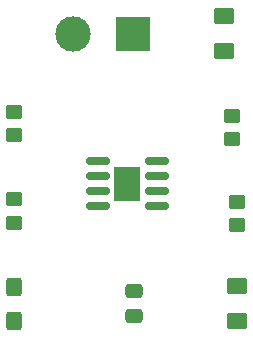
<source format=gbr>
%TF.GenerationSoftware,KiCad,Pcbnew,(6.0.10)*%
%TF.CreationDate,2023-02-17T12:20:43-08:00*%
%TF.ProjectId,Excercise2,45786365-7263-4697-9365-322e6b696361,rev?*%
%TF.SameCoordinates,Original*%
%TF.FileFunction,Soldermask,Top*%
%TF.FilePolarity,Negative*%
%FSLAX46Y46*%
G04 Gerber Fmt 4.6, Leading zero omitted, Abs format (unit mm)*
G04 Created by KiCad (PCBNEW (6.0.10)) date 2023-02-17 12:20:43*
%MOMM*%
%LPD*%
G01*
G04 APERTURE LIST*
G04 Aperture macros list*
%AMRoundRect*
0 Rectangle with rounded corners*
0 $1 Rounding radius*
0 $2 $3 $4 $5 $6 $7 $8 $9 X,Y pos of 4 corners*
0 Add a 4 corners polygon primitive as box body*
4,1,4,$2,$3,$4,$5,$6,$7,$8,$9,$2,$3,0*
0 Add four circle primitives for the rounded corners*
1,1,$1+$1,$2,$3*
1,1,$1+$1,$4,$5*
1,1,$1+$1,$6,$7*
1,1,$1+$1,$8,$9*
0 Add four rect primitives between the rounded corners*
20,1,$1+$1,$2,$3,$4,$5,0*
20,1,$1+$1,$4,$5,$6,$7,0*
20,1,$1+$1,$6,$7,$8,$9,0*
20,1,$1+$1,$8,$9,$2,$3,0*%
G04 Aperture macros list end*
%ADD10RoundRect,0.250001X0.624999X-0.462499X0.624999X0.462499X-0.624999X0.462499X-0.624999X-0.462499X0*%
%ADD11RoundRect,0.250000X0.450000X-0.350000X0.450000X0.350000X-0.450000X0.350000X-0.450000X-0.350000X0*%
%ADD12RoundRect,0.150000X-0.825000X-0.150000X0.825000X-0.150000X0.825000X0.150000X-0.825000X0.150000X0*%
%ADD13R,2.290000X3.000000*%
%ADD14RoundRect,0.250000X-0.425000X0.537500X-0.425000X-0.537500X0.425000X-0.537500X0.425000X0.537500X0*%
%ADD15R,3.000000X3.000000*%
%ADD16C,3.000000*%
%ADD17RoundRect,0.250000X-0.475000X0.337500X-0.475000X-0.337500X0.475000X-0.337500X0.475000X0.337500X0*%
G04 APERTURE END LIST*
D10*
%TO.C,D1*%
X160020000Y-62447500D03*
X160020000Y-59472500D03*
%TD*%
D11*
%TO.C,R2*%
X142240000Y-76972936D03*
X142240000Y-74972936D03*
%TD*%
D12*
%TO.C,U1*%
X149335000Y-71755000D03*
X149335000Y-73025000D03*
X149335000Y-74295000D03*
X149335000Y-75565000D03*
X154285000Y-75565000D03*
X154285000Y-74295000D03*
X154285000Y-73025000D03*
X154285000Y-71755000D03*
D13*
X151810000Y-73660000D03*
%TD*%
D14*
%TO.C,C1*%
X142240000Y-82382500D03*
X142240000Y-85257500D03*
%TD*%
D15*
%TO.C,J1*%
X152270000Y-60960000D03*
D16*
X147190000Y-60960000D03*
%TD*%
D11*
%TO.C,R4*%
X161072500Y-77200000D03*
X161072500Y-75200000D03*
%TD*%
D17*
%TO.C,C2*%
X152400000Y-82782500D03*
X152400000Y-84857500D03*
%TD*%
D11*
%TO.C,R3*%
X160697500Y-69892936D03*
X160697500Y-67892936D03*
%TD*%
%TO.C,R1*%
X142240000Y-69580000D03*
X142240000Y-67580000D03*
%TD*%
D10*
%TO.C,D2*%
X161072500Y-85307500D03*
X161072500Y-82332500D03*
%TD*%
M02*

</source>
